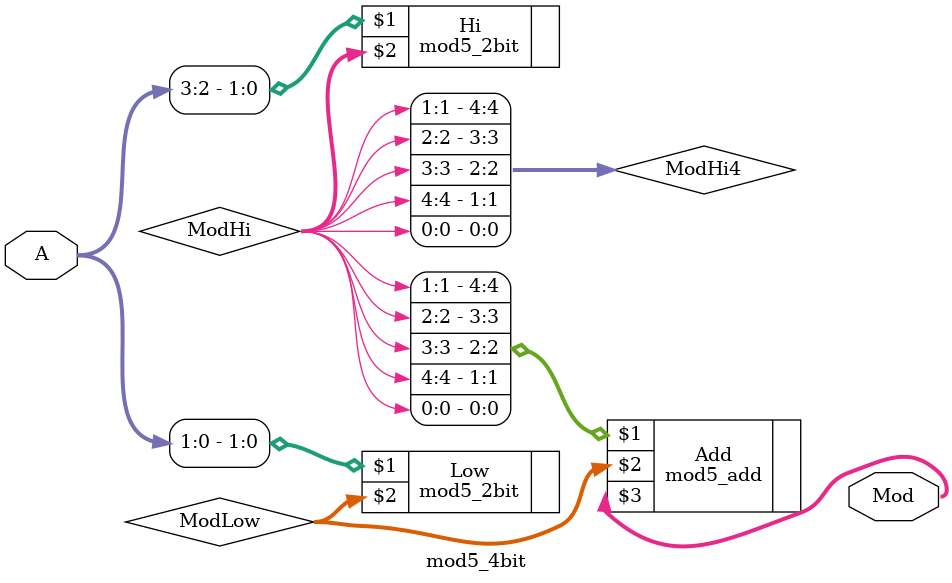
<source format=v>
module mod5_4bit(A, Mod);
  input [3:0] A;
  output [4:0] Mod;

  wire [4:0] ModHi;
  wire [4:0] ModHi4;
  wire [4:0] ModLow;

  mod5_2bit Hi(A[3:2], ModHi);
  mod5_2bit Low(A[1:0], ModLow);

  // We need to do shift as (2**2) % 5 == 4
  // Notice that if we do this reshuffle twice,
  // everything will be back where it started
  // That's why 8bit and bigger components don't
  // need to do any reshuffle.
  // mod5_8bit should do this 2x, but that's same as not doing it.
  // mod5_16bit should do this 4x, but that's same as not doing it etc.
  assign ModHi4[0] = ModHi[0]; // 0 * 4 = 0  => 0
  assign ModHi4[4] = ModHi[1]; // 1 * 4 = 4  => 4
  assign ModHi4[3] = ModHi[2]; // 2 * 4 = 8  => 3
  assign ModHi4[2] = ModHi[3]; // 3 * 4 = 12 => 2
  assign ModHi4[1] = ModHi[4]; // 4 * 4 = 16 => 1

  mod5_add Add(ModHi4, ModLow, Mod);
endmodule

</source>
